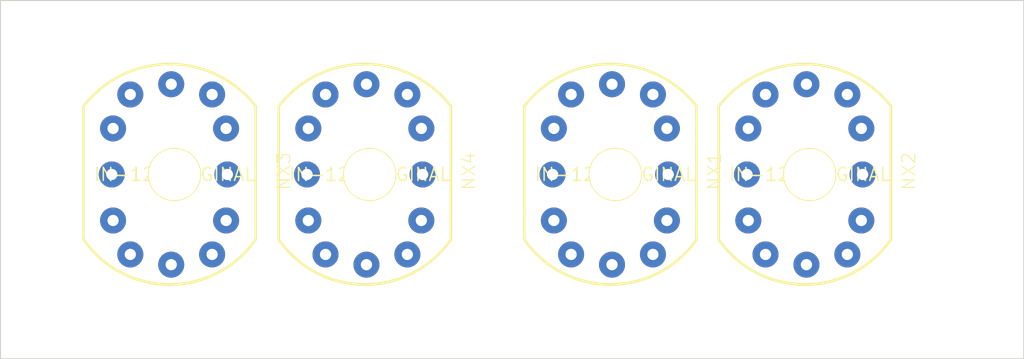
<source format=kicad_pcb>
(kicad_pcb (version 20211014) (generator pcbnew)
  (layers (0 "F.Cu" signal) (31 "B.Cu" signal) (34 "B.Paste" user) (35 "F.Paste" user) (36 "B.SilkS" user "B.Silkscreen") (37 "F.SilkS" user "F.Silkscreen") (38 "B.Mask" user) (39 "F.Mask" user) (44 "Edge.Cuts" user))
  (net 0 "")
  (footprint "nixies-us:nixies-us-IN-12" (layer "F.Cu") (at 86.08 132)
    (fp_text reference "NX4" (at 9.68248 -0.3175 90) (layer "F.SilkS") (effects (font (size 1.27 1.27) (thickness 0.1016))))
    (fp_text value "IN-12BORIGINAL" (at 0 0) (layer "F.SilkS") (effects (font (size 1.27 1.27))))
    (fp_line (start -8.89 6.18998) (end -8.89 6.35) (layer "F.SilkS") (width 0.254))
    (fp_line (start 7.9375 -6.6675) (end 7.9375 6.35) (layer "F.SilkS") (width 0.254))
    (fp_line (start -8.89 6.18998) (end -8.89 -6.6675) (layer "F.SilkS") (width 0.254))
    (fp_arc (start -8.89 -6.6675) (mid -0.483925 -10.789801) (end 7.929063 -6.681627) (layer "F.SilkS") (width 0.254))
    (fp_arc (start -8.89 -6.6675) (mid -0.483112 -10.757563) (end 7.929982 -6.680281) (layer "F.SilkS") (width 0.127))
    (fp_arc (start 7.9375 6.35) (mid -0.475414 10.677846) (end -8.887964 6.349294) (layer "F.SilkS") (width 0.127))
    (fp_arc (start 7.9375 6.35) (mid -0.469135 10.76972) (end -8.880822 6.359623) (layer "F.SilkS") (width 0.254))
    (fp_circle (center 0 0) (end 0 -2.54) (layer "F.SilkS") (width 0.127) (fill none))
    (pad "" np_thru_hole circle (at 0 0) (size 4.99872 4.99872) (drill 4.99872) (layers *.Cu *.Mask))
    (pad "0" thru_hole circle (at 5.04698 4.49834) (size 2.54 2.54) (drill 1.09982) (layers *.Cu *.Mask))
    (pad "1" thru_hole circle (at -4.31546 7.81558) (size 2.54 2.54) (drill 1.09982) (layers *.Cu *.Mask))
    (pad "2" thru_hole circle (at -5.99948 4.49834) (size 2.54 2.54) (drill 1.09982) (layers *.Cu *.Mask))
    (pad "3" thru_hole circle (at -6.12648 0) (size 2.54 2.54) (drill 1.09982) (layers *.Cu *.Mask))
    (pad "4" thru_hole circle (at -5.99948 -4.49834) (size 2.54 2.54) (drill 1.09982) (layers *.Cu *.Mask))
    (pad "5" thru_hole circle (at -4.31546 -7.81558) (size 2.54 2.54) (drill 1.09982) (layers *.Cu *.Mask))
    (pad "6" thru_hole circle (at -0.3175 -8.81634) (size 2.54 2.54) (drill 1.09982) (layers *.Cu *.Mask))
    (pad "7" thru_hole circle (at 3.68046 -7.81558) (size 2.54 2.54) (drill 1.09982) (layers *.Cu *.Mask))
    (pad "8" thru_hole circle (at 5.04698 -4.49834) (size 2.54 2.54) (drill 1.09982) (layers *.Cu *.Mask))
    (pad "9" thru_hole circle (at 5.17398 0) (size 2.54 2.54) (drill 1.09982) (layers *.Cu *.Mask))
    (pad "A" thru_hole circle (at 3.68046 7.81558) (size 2.54 2.54) (drill 1.09982) (layers *.Cu *.Mask))
    (pad "LHDP" thru_hole circle (at -0.3175 8.81634) (size 2.54 2.54) (drill 1.09982) (layers *.Cu *.Mask))
  )
  (footprint "nixies-us:nixies-us-IN-12" (layer "F.Cu") (at 129.08 132)
    (fp_text reference "NX2" (at 9.68248 -0.3175 90) (layer "F.SilkS") (effects (font (size 1.27 1.27) (thickness 0.1016))))
    (fp_text value "IN-12BORIGINAL" (at 0 0) (layer "F.SilkS") (effects (font (size 1.27 1.27))))
    (fp_line (start -8.89 6.18998) (end -8.89 -6.6675) (layer "F.SilkS") (width 0.254))
    (fp_line (start -8.89 6.18998) (end -8.89 6.35) (layer "F.SilkS") (width 0.254))
    (fp_line (start 7.9375 -6.6675) (end 7.9375 6.35) (layer "F.SilkS") (width 0.254))
    (fp_arc (start -8.89 -6.6675) (mid -0.483925 -10.789801) (end 7.929063 -6.681627) (layer "F.SilkS") (width 0.254))
    (fp_arc (start 7.9375 6.35) (mid -0.469135 10.76972) (end -8.880822 6.359623) (layer "F.SilkS") (width 0.254))
    (fp_arc (start 7.9375 6.35) (mid -0.475414 10.677846) (end -8.887964 6.349294) (layer "F.SilkS") (width 0.127))
    (fp_arc (start -8.89 -6.6675) (mid -0.483112 -10.757563) (end 7.929982 -6.680281) (layer "F.SilkS") (width 0.127))
    (fp_circle (center 0 0) (end 0 -2.54) (layer "F.SilkS") (width 0.127) (fill none))
    (pad "" np_thru_hole circle (at 0 0) (size 4.99872 4.99872) (drill 4.99872) (layers *.Cu *.Mask))
    (pad "0" thru_hole circle (at 5.04698 4.49834) (size 2.54 2.54) (drill 1.09982) (layers *.Cu *.Mask))
    (pad "1" thru_hole circle (at -4.31546 7.81558) (size 2.54 2.54) (drill 1.09982) (layers *.Cu *.Mask))
    (pad "2" thru_hole circle (at -5.99948 4.49834) (size 2.54 2.54) (drill 1.09982) (layers *.Cu *.Mask))
    (pad "3" thru_hole circle (at -6.12648 0) (size 2.54 2.54) (drill 1.09982) (layers *.Cu *.Mask))
    (pad "4" thru_hole circle (at -5.99948 -4.49834) (size 2.54 2.54) (drill 1.09982) (layers *.Cu *.Mask))
    (pad "5" thru_hole circle (at -4.31546 -7.81558) (size 2.54 2.54) (drill 1.09982) (layers *.Cu *.Mask))
    (pad "6" thru_hole circle (at -0.3175 -8.81634) (size 2.54 2.54) (drill 1.09982) (layers *.Cu *.Mask))
    (pad "7" thru_hole circle (at 3.68046 -7.81558) (size 2.54 2.54) (drill 1.09982) (layers *.Cu *.Mask))
    (pad "8" thru_hole circle (at 5.04698 -4.49834) (size 2.54 2.54) (drill 1.09982) (layers *.Cu *.Mask))
    (pad "9" thru_hole circle (at 5.17398 0) (size 2.54 2.54) (drill 1.09982) (layers *.Cu *.Mask))
    (pad "A" thru_hole circle (at 3.68046 7.81558) (size 2.54 2.54) (drill 1.09982) (layers *.Cu *.Mask))
    (pad "LHDP" thru_hole circle (at -0.3175 8.81634) (size 2.54 2.54) (drill 1.09982) (layers *.Cu *.Mask))
  )
  (footprint "nixies-us:nixies-us-IN-12" (layer "F.Cu") (at 110.08 132)
    (fp_text reference "NX1" (at 9.68248 -0.3175 90) (layer "F.SilkS") (effects (font (size 1.27 1.27) (thickness 0.1016))))
    (fp_text value "IN-12BORIGINAL" (at 0 0) (layer "F.SilkS") (effects (font (size 1.27 1.27))))
    (fp_line (start -8.89 6.18998) (end -8.89 6.35) (layer "F.SilkS") (width 0.254))
    (fp_line (start -8.89 6.18998) (end -8.89 -6.6675) (layer "F.SilkS") (width 0.254))
    (fp_line (start 7.9375 -6.6675) (end 7.9375 6.35) (layer "F.SilkS") (width 0.254))
    (fp_arc (start -8.89 -6.6675) (mid -0.483925 -10.789801) (end 7.929063 -6.681627) (layer "F.SilkS") (width 0.254))
    (fp_arc (start 7.9375 6.35) (mid -0.469135 10.76972) (end -8.880822 6.359623) (layer "F.SilkS") (width 0.254))
    (fp_arc (start -8.89 -6.6675) (mid -0.483112 -10.757563) (end 7.929982 -6.680281) (layer "F.SilkS") (width 0.127))
    (fp_arc (start 7.9375 6.35) (mid -0.475414 10.677846) (end -8.887964 6.349294) (layer "F.SilkS") (width 0.127))
    (fp_circle (center 0 0) (end 0 -2.54) (layer "F.SilkS") (width 0.127) (fill none))
    (pad "" np_thru_hole circle (at 0 0) (size 4.99872 4.99872) (drill 4.99872) (layers *.Cu *.Mask))
    (pad "0" thru_hole circle (at 5.04698 4.49834) (size 2.54 2.54) (drill 1.09982) (layers *.Cu *.Mask))
    (pad "1" thru_hole circle (at -4.31546 7.81558) (size 2.54 2.54) (drill 1.09982) (layers *.Cu *.Mask))
    (pad "2" thru_hole circle (at -5.99948 4.49834) (size 2.54 2.54) (drill 1.09982) (layers *.Cu *.Mask))
    (pad "3" thru_hole circle (at -6.12648 0) (size 2.54 2.54) (drill 1.09982) (layers *.Cu *.Mask))
    (pad "4" thru_hole circle (at -5.99948 -4.49834) (size 2.54 2.54) (drill 1.09982) (layers *.Cu *.Mask))
    (pad "5" thru_hole circle (at -4.31546 -7.81558) (size 2.54 2.54) (drill 1.09982) (layers *.Cu *.Mask))
    (pad "6" thru_hole circle (at -0.3175 -8.81634) (size 2.54 2.54) (drill 1.09982) (layers *.Cu *.Mask))
    (pad "7" thru_hole circle (at 3.68046 -7.81558) (size 2.54 2.54) (drill 1.09982) (layers *.Cu *.Mask))
    (pad "8" thru_hole circle (at 5.04698 -4.49834) (size 2.54 2.54) (drill 1.09982) (layers *.Cu *.Mask))
    (pad "9" thru_hole circle (at 5.17398 0) (size 2.54 2.54) (drill 1.09982) (layers *.Cu *.Mask))
    (pad "A" thru_hole circle (at 3.68046 7.81558) (size 2.54 2.54) (drill 1.09982) (layers *.Cu *.Mask))
    (pad "LHDP" thru_hole circle (at -0.3175 8.81634) (size 2.54 2.54) (drill 1.09982) (layers *.Cu *.Mask))
  )
  (footprint "nixies-us:nixies-us-IN-12" (layer "F.Cu") (at 67 132)
    (fp_text reference "NX3" (at 10.68248 -0.3175 90) (layer "F.SilkS") (effects (font (size 1.27 1.27) (thickness 0.1016))))
    (fp_text value "IN-12BORIGINAL" (at 0 0) (layer "F.SilkS") (effects (font (size 1.27 1.27))))
    (fp_line (start 7.9375 -6.6675) (end 7.9375 6.35) (layer "F.SilkS") (width 0.254))
    (fp_line (start -8.89 6.18998) (end -8.89 -6.6675) (layer "F.SilkS") (width 0.254))
    (fp_line (start -8.89 6.18998) (end -8.89 6.35) (layer "F.SilkS") (width 0.254))
    (fp_arc (start -8.89 -6.6675) (mid -0.483925 -10.789801) (end 7.929063 -6.681627) (layer "F.SilkS") (width 0.254))
    (fp_arc (start -8.89 -6.6675) (mid -0.483112 -10.757563) (end 7.929982 -6.680281) (layer "F.SilkS") (width 0.127))
    (fp_arc (start 7.9375 6.35) (mid -0.475414 10.677846) (end -8.887964 6.349294) (layer "F.SilkS") (width 0.127))
    (fp_arc (start 7.9375 6.35) (mid -0.469135 10.76972) (end -8.880822 6.359623) (layer "F.SilkS") (width 0.254))
    (fp_circle (center 0 0) (end 0 -2.54) (layer "F.SilkS") (width 0.127) (fill none))
    (pad "" np_thru_hole circle (at 0 0) (size 4.99872 4.99872) (drill 4.99872) (layers *.Cu *.Mask))
    (pad "0" thru_hole circle (at 5.04698 4.49834) (size 2.54 2.54) (drill 1.09982) (layers *.Cu *.Mask))
    (pad "1" thru_hole circle (at -4.31546 7.81558) (size 2.54 2.54) (drill 1.09982) (layers *.Cu *.Mask))
    (pad "2" thru_hole circle (at -5.99948 4.49834) (size 2.54 2.54) (drill 1.09982) (layers *.Cu *.Mask))
    (pad "3" thru_hole circle (at -6.12648 0) (size 2.54 2.54) (drill 1.09982) (layers *.Cu *.Mask))
    (pad "4" thru_hole circle (at -5.99948 -4.49834) (size 2.54 2.54) (drill 1.09982) (layers *.Cu *.Mask))
    (pad "5" thru_hole circle (at -4.31546 -7.81558) (size 2.54 2.54) (drill 1.09982) (layers *.Cu *.Mask))
    (pad "6" thru_hole circle (at -0.3175 -8.81634) (size 2.54 2.54) (drill 1.09982) (layers *.Cu *.Mask))
    (pad "7" thru_hole circle (at 3.68046 -7.81558) (size 2.54 2.54) (drill 1.09982) (layers *.Cu *.Mask))
    (pad "8" thru_hole circle (at 5.04698 -4.49834) (size 2.54 2.54) (drill 1.09982) (layers *.Cu *.Mask))
    (pad "9" thru_hole circle (at 5.17398 0) (size 2.54 2.54) (drill 1.09982) (layers *.Cu *.Mask))
    (pad "A" thru_hole circle (at 3.68046 7.81558) (size 2.54 2.54) (drill 1.09982) (layers *.Cu *.Mask))
    (pad "LHDP" thru_hole circle (at -0.3175 8.81634) (size 2.54 2.54) (drill 1.09982) (layers *.Cu *.Mask))
  )
  (gr_rect (start 50 150) (end 150 115) (layer "Edge.Cuts") (width 0.1) (fill none))
)
</source>
